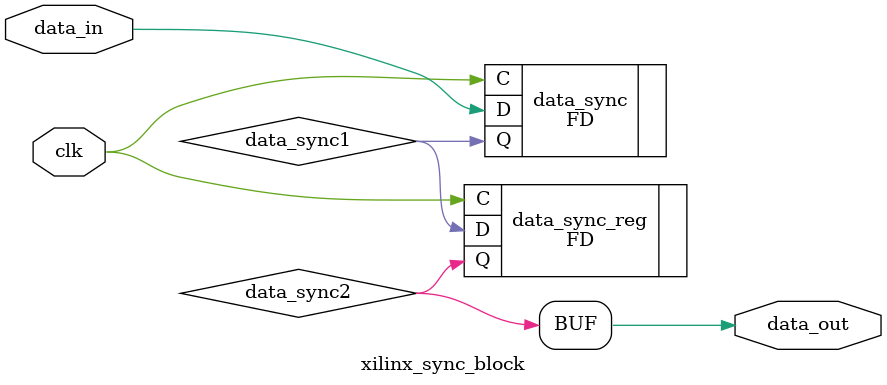
<source format=v>

`timescale 1ps / 1ps

module xilinx_sync_block #(
  parameter INITIALISE = 2'b00
)
(
  input        clk,              // clock to be sync'ed to
  input        data_in,          // Data to be 'synced'
  output       data_out          // synced data
);

  // Internal Signals
  wire data_sync1;
  wire data_sync2;


  (* ASYNC_REG = "TRUE", RLOC = "X0Y0",  SHREG_EXTRACT = "NO" *)
  FD #(
    .INIT (INITIALISE[0])
  ) data_sync (
    .C  (clk),
    .D  (data_in),
    .Q  (data_sync1)
  );


  (* ASYNC_REG = "TRUE", RLOC = "X0Y0",  SHREG_EXTRACT = "NO" *)
  FD #(
   .INIT (INITIALISE[1])
  ) data_sync_reg (
  .C  (clk),
  .D  (data_sync1),
  .Q  (data_sync2)
  );


  assign data_out = data_sync2;


endmodule



</source>
